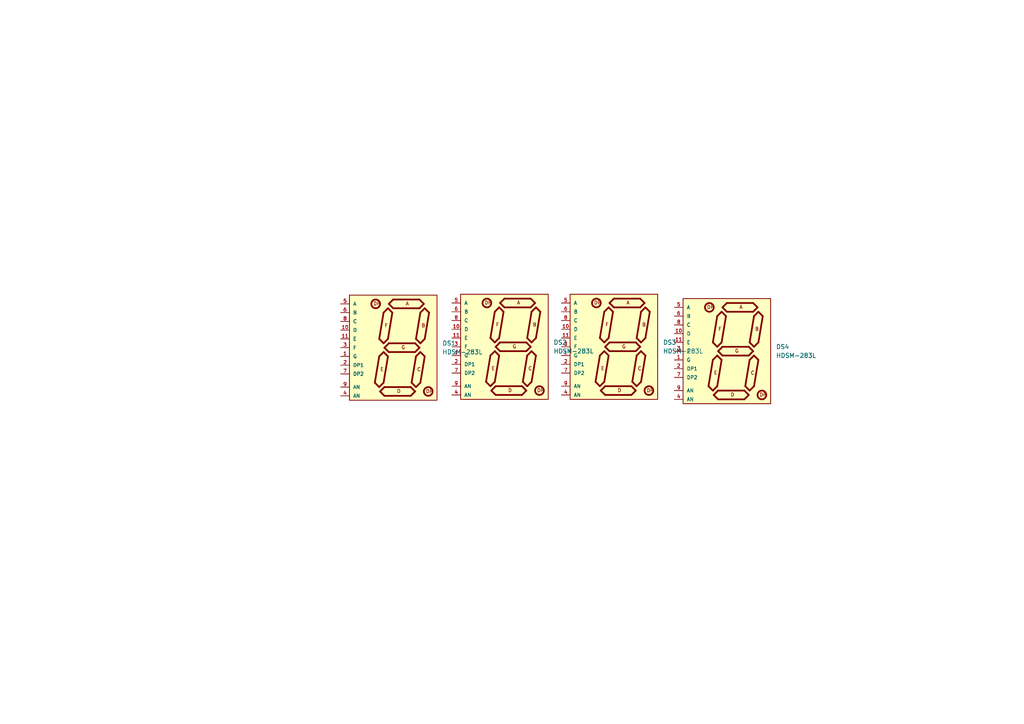
<source format=kicad_sch>
(kicad_sch (version 20211123) (generator eeschema)
  (paper "A4")
  (lib_symbols
    (symbol "Stephen:HDSM-283L" (pin_names (offset 1.016))
      (property "Reference" "DS" (at -15.2654 16.5354 0))
      (property "Value" "HDSM-283L" (at -15.2908 -17.8562 0))
      (symbol "HDSM-283L_0_0"
        (rectangle (start -15.24 -15.24) (end 10.16 15.24) (stroke (width 0.254)) (fill (type background)))
        (circle (center -7.62 12.7) (radius 1.27) (stroke (width 0.508)))
        (polyline (pts (xy -7.874 -10.16) (xy -6.604 -11.43)) (stroke (width 0.508)))
        (polyline (pts (xy -6.604 -11.43) (xy -5.334 -10.16)) (stroke (width 0.508)))
        (polyline (pts (xy -6.604 -2.54) (xy -7.874 -10.16)) (stroke (width 0.508)))
        (polyline (pts (xy -6.604 2.54) (xy -5.334 1.27)) (stroke (width 0.508)))
        (polyline (pts (xy -6.35 -12.7) (xy -5.08 -13.97)) (stroke (width 0.508)))
        (polyline (pts (xy -6.35 -12.7) (xy -5.08 -11.43)) (stroke (width 0.508)))
        (polyline (pts (xy -5.334 -10.16) (xy -4.064 -2.54)) (stroke (width 0.508)))
        (polyline (pts (xy -5.334 -1.27) (xy -6.604 -2.54)) (stroke (width 0.508)))
        (polyline (pts (xy -5.334 -1.27) (xy -4.064 -2.54)) (stroke (width 0.508)))
        (polyline (pts (xy -5.334 1.27) (xy -4.064 2.54)) (stroke (width 0.508)))
        (polyline (pts (xy -5.334 10.16) (xy -6.604 2.54)) (stroke (width 0.508)))
        (polyline (pts (xy -5.08 -13.97) (xy 2.54 -13.97)) (stroke (width 0.508)))
        (polyline (pts (xy -5.08 0) (xy -3.81 -1.27)) (stroke (width 0.508)))
        (polyline (pts (xy -5.08 0) (xy -3.81 1.27)) (stroke (width 0.508)))
        (polyline (pts (xy -4.064 2.54) (xy -2.794 10.16)) (stroke (width 0.508)))
        (polyline (pts (xy -4.064 11.43) (xy -5.334 10.16)) (stroke (width 0.508)))
        (polyline (pts (xy -4.064 11.43) (xy -2.794 10.16)) (stroke (width 0.508)))
        (polyline (pts (xy -3.81 -1.27) (xy 3.81 -1.27)) (stroke (width 0.508)))
        (polyline (pts (xy -3.81 12.7) (xy -2.54 13.97)) (stroke (width 0.508)))
        (polyline (pts (xy -2.54 11.43) (xy -3.81 12.7)) (stroke (width 0.508)))
        (polyline (pts (xy -2.54 13.97) (xy 5.08 13.97)) (stroke (width 0.508)))
        (polyline (pts (xy 2.54 -13.97) (xy 3.81 -12.7)) (stroke (width 0.508)))
        (polyline (pts (xy 2.54 -11.43) (xy -5.08 -11.43)) (stroke (width 0.508)))
        (polyline (pts (xy 2.794 -10.16) (xy 4.064 -11.43)) (stroke (width 0.508)))
        (polyline (pts (xy 3.81 -12.7) (xy 2.54 -11.43)) (stroke (width 0.508)))
        (polyline (pts (xy 3.81 -1.27) (xy 5.08 0)) (stroke (width 0.508)))
        (polyline (pts (xy 3.81 1.27) (xy -3.81 1.27)) (stroke (width 0.508)))
        (polyline (pts (xy 4.064 -11.43) (xy 5.334 -10.16)) (stroke (width 0.508)))
        (polyline (pts (xy 4.064 -2.54) (xy 2.794 -10.16)) (stroke (width 0.508)))
        (polyline (pts (xy 4.064 2.54) (xy 5.334 1.27)) (stroke (width 0.508)))
        (polyline (pts (xy 5.08 0) (xy 3.81 1.27)) (stroke (width 0.508)))
        (polyline (pts (xy 5.08 11.43) (xy -2.54 11.43)) (stroke (width 0.508)))
        (polyline (pts (xy 5.08 13.97) (xy 6.35 12.7)) (stroke (width 0.508)))
        (polyline (pts (xy 5.334 -10.16) (xy 6.604 -2.54)) (stroke (width 0.508)))
        (polyline (pts (xy 5.334 -1.27) (xy 4.064 -2.54)) (stroke (width 0.508)))
        (polyline (pts (xy 5.334 -1.27) (xy 6.604 -2.54)) (stroke (width 0.508)))
        (polyline (pts (xy 5.334 1.27) (xy 6.604 2.54)) (stroke (width 0.508)))
        (polyline (pts (xy 5.334 10.16) (xy 4.064 2.54)) (stroke (width 0.508)))
        (polyline (pts (xy 6.35 12.7) (xy 5.08 11.43)) (stroke (width 0.508)))
        (polyline (pts (xy 6.604 2.54) (xy 7.874 10.16)) (stroke (width 0.508)))
        (polyline (pts (xy 6.604 11.43) (xy 5.334 10.16)) (stroke (width 0.508)))
        (polyline (pts (xy 6.604 11.43) (xy 7.874 10.16)) (stroke (width 0.508)))
        (circle (center 7.62 -12.7) (radius 1.27) (stroke (width 0.508)))
        (text "A" (at 1.016 12.192 0) (effects (font (size 1.016 1.016)) (justify left bottom)))
        (text "B" (at 5.588 5.842 0) (effects (font (size 1.016 1.016)) (justify left bottom)))
        (text "C" (at 4.318 -6.8834 0) (effects (font (size 1.016 1.016)) (justify left bottom)))
        (text "D" (at -1.524 -13.208 0) (effects (font (size 1.016 1.016)) (justify left bottom)))
        (text "DP" (at -8.382 12.192 0) (effects (font (size 1.016 1.016)) (justify left bottom)))
        (text "DP" (at 6.858 -13.2334 0) (effects (font (size 1.016 1.016)) (justify left bottom)))
        (text "E" (at -6.35 -6.858 0) (effects (font (size 1.016 1.016)) (justify left bottom)))
        (text "F" (at -5.08 5.842 0) (effects (font (size 1.016 1.016)) (justify left bottom)))
        (text "G" (at -0.254 -0.508 0) (effects (font (size 1.016 1.016)) (justify left bottom)))
        (pin passive line (at -17.78 -2.54 0) (length 2.54) (name "G") (number "1"))
        (pin passive line (at -17.78 5.08 0) (length 2.54) (name "D") (number "10"))
        (pin passive line (at -17.78 2.54 0) (length 2.54) (name "E") (number "11"))
        (pin passive line (at -17.78 -5.08 0) (length 2.54) (name "DP1") (number "2"))
        (pin passive line (at -17.78 0 0) (length 2.54) (name "F") (number "3"))
        (pin passive line (at -17.78 -13.97 0) (length 2.54) (name "AN") (number "4"))
        (pin passive line (at -17.78 12.7 0) (length 2.54) (name "A") (number "5"))
        (pin passive line (at -17.78 10.16 0) (length 2.54) (name "B") (number "6"))
        (pin passive line (at -17.78 -7.62 0) (length 2.54) (name "DP2") (number "7"))
        (pin passive line (at -17.78 7.62 0) (length 2.54) (name "C") (number "8"))
        (pin passive line (at -17.78 -11.43 0) (length 2.54) (name "AN") (number "9"))
      )
    )
  )
  (symbol (lib_id "Stephen:HDSM-283L") (at 148.844 100.584 0) (unit 1)
    (property "Reference" "DS2" (at 160.528 99.3139 0) (effects (justify left)))
    (property "Value" "HDSM-283L" (at 160.528 101.8539 0) (effects (justify left)))
    (property "Footprint" "Stephenv6:LED_HDSM-283L-7-segment" (effects hide))
    (property "MANUFACTURER" "AVAGO" (effects hide))
  )
  (symbol (lib_id "Stephen:HDSM-283L") (at 213.36 101.854 0) (unit 1)
    (property "Reference" "DS4" (at 225.044 100.5839 0) (effects (justify left)))
    (property "Value" "HDSM-283L" (at 225.044 103.1239 0) (effects (justify left)))
    (property "Footprint" "Stephenv6:LED_HDSM-283L-7-segment" (effects hide))
    (property "MANUFACTURER" "AVAGO" (effects hide))
  )
  (symbol (lib_id "Stephen:HDSM-283L") (at 180.594 100.584 0) (unit 1)
    (property "Reference" "DS3" (at 192.278 99.3139 0) (effects (justify left)))
    (property "Value" "HDSM-283L" (at 192.278 101.8539 0) (effects (justify left)))
    (property "Footprint" "Stephenv6:LED_HDSM-283L-7-segment" (effects hide))
    (property "MANUFACTURER" "AVAGO" (effects hide))
  )
  (symbol (lib_id "Stephen:HDSM-283L") (at 116.586 100.838 0) (unit 1)
    (property "Reference" "DS1" (at 128.27 99.5679 0) (effects (justify left)))
    (property "Value" "HDSM-283L" (at 128.27 102.1079 0) (effects (justify left)))
    (property "Footprint" "Stephenv6:LED_HDSM-283L-7-segment" (effects hide))
    (property "MANUFACTURER" "AVAGO" (effects hide))
  )
)
</source>
